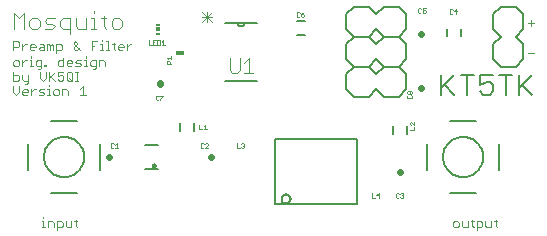
<source format=gto>
G75*
%MOIN*%
%OFA0B0*%
%FSLAX24Y24*%
%IPPOS*%
%LPD*%
%AMOC8*
5,1,8,0,0,1.08239X$1,22.5*
%
%ADD10C,0.0060*%
%ADD11C,0.0030*%
%ADD12C,0.0040*%
%ADD13C,0.0220*%
%ADD14C,0.0010*%
%ADD15C,0.0080*%
%ADD16C,0.0050*%
%ADD17R,0.0280X0.0160*%
%ADD18R,0.0118X0.0059*%
%ADD19R,0.0118X0.0118*%
D10*
X006644Y004062D02*
X006644Y004298D01*
X007116Y004298D02*
X007116Y004062D01*
X008140Y005700D02*
X009220Y005700D01*
X010562Y007244D02*
X010798Y007244D01*
X010798Y007716D02*
X010562Y007716D01*
X009220Y007660D02*
X008800Y007660D01*
X008560Y007660D01*
X008140Y007660D01*
X008560Y007660D02*
X008562Y007639D01*
X008567Y007619D01*
X008576Y007600D01*
X008588Y007583D01*
X008603Y007568D01*
X008620Y007556D01*
X008639Y007547D01*
X008659Y007542D01*
X008680Y007540D01*
X008701Y007542D01*
X008721Y007547D01*
X008740Y007556D01*
X008757Y007568D01*
X008772Y007583D01*
X008784Y007600D01*
X008793Y007619D01*
X008798Y007639D01*
X008800Y007660D01*
X015360Y005901D02*
X015360Y005260D01*
X015467Y005580D02*
X015787Y005260D01*
X016218Y005260D02*
X016218Y005901D01*
X016005Y005901D02*
X016432Y005901D01*
X016649Y005901D02*
X016649Y005580D01*
X016863Y005687D01*
X016969Y005687D01*
X017076Y005580D01*
X017076Y005367D01*
X016969Y005260D01*
X016756Y005260D01*
X016649Y005367D01*
X017507Y005260D02*
X017507Y005901D01*
X017294Y005901D02*
X017721Y005901D01*
X017938Y005901D02*
X017938Y005260D01*
X018045Y005580D02*
X018365Y005260D01*
X017938Y005474D02*
X018365Y005901D01*
X017076Y005901D02*
X016649Y005901D01*
X015787Y005901D02*
X015360Y005474D01*
X014216Y004198D02*
X014216Y003962D01*
X013744Y003962D02*
X013744Y004198D01*
X015544Y007212D02*
X015544Y007448D01*
X016016Y007448D02*
X016016Y007212D01*
D11*
X002142Y000845D02*
X002045Y000845D01*
X002093Y000845D02*
X002093Y001038D01*
X002045Y001038D01*
X002093Y001135D02*
X002093Y001184D01*
X002241Y001038D02*
X002387Y001038D01*
X002435Y000990D01*
X002435Y000845D01*
X002536Y000845D02*
X002681Y000845D01*
X002730Y000893D01*
X002730Y000990D01*
X002681Y001038D01*
X002536Y001038D01*
X002536Y000748D01*
X002831Y000893D02*
X002879Y000845D01*
X003024Y000845D01*
X003024Y001038D01*
X003125Y001038D02*
X003222Y001038D01*
X003174Y001087D02*
X003174Y000893D01*
X003222Y000845D01*
X002831Y000893D02*
X002831Y001038D01*
X002241Y001038D02*
X002241Y000845D01*
X002224Y005245D02*
X002321Y005245D01*
X002273Y005245D02*
X002273Y005438D01*
X002224Y005438D01*
X002123Y005438D02*
X001978Y005438D01*
X001930Y005390D01*
X001978Y005342D01*
X002075Y005342D01*
X002123Y005293D01*
X002075Y005245D01*
X001930Y005245D01*
X001829Y005438D02*
X001781Y005438D01*
X001684Y005342D01*
X001684Y005438D02*
X001684Y005245D01*
X001583Y005342D02*
X001390Y005342D01*
X001390Y005390D02*
X001390Y005293D01*
X001438Y005245D01*
X001535Y005245D01*
X001583Y005342D02*
X001583Y005390D01*
X001535Y005438D01*
X001438Y005438D01*
X001390Y005390D01*
X001288Y005342D02*
X001288Y005535D01*
X001095Y005535D02*
X001095Y005342D01*
X001192Y005245D01*
X001288Y005342D01*
X001486Y005628D02*
X001535Y005628D01*
X001583Y005677D01*
X001583Y005918D01*
X001390Y005918D02*
X001390Y005773D01*
X001438Y005725D01*
X001583Y005725D01*
X001288Y005773D02*
X001288Y005870D01*
X001240Y005918D01*
X001095Y005918D01*
X001095Y006015D02*
X001095Y005725D01*
X001240Y005725D01*
X001288Y005773D01*
X001979Y005822D02*
X002076Y005725D01*
X002172Y005822D01*
X002172Y006015D01*
X002274Y006015D02*
X002274Y005725D01*
X002274Y005822D02*
X002467Y006015D01*
X002568Y006015D02*
X002568Y005870D01*
X002665Y005918D01*
X002713Y005918D01*
X002762Y005870D01*
X002762Y005773D01*
X002713Y005725D01*
X002617Y005725D01*
X002568Y005773D01*
X002467Y005725D02*
X002322Y005870D01*
X002568Y006015D02*
X002762Y006015D01*
X002863Y005967D02*
X002911Y006015D01*
X003008Y006015D01*
X003056Y005967D01*
X003056Y005773D01*
X003008Y005725D01*
X002911Y005725D01*
X002863Y005773D01*
X002863Y005967D01*
X002960Y005822D02*
X003056Y005725D01*
X003158Y005725D02*
X003254Y005725D01*
X003206Y005725D02*
X003206Y006015D01*
X003158Y006015D02*
X003254Y006015D01*
X003303Y006205D02*
X003158Y006205D01*
X003206Y006302D02*
X003158Y006350D01*
X003206Y006398D01*
X003351Y006398D01*
X003452Y006398D02*
X003501Y006398D01*
X003501Y006205D01*
X003549Y006205D02*
X003452Y006205D01*
X003351Y006253D02*
X003303Y006302D01*
X003206Y006302D01*
X003303Y006205D02*
X003351Y006253D01*
X003649Y006253D02*
X003697Y006205D01*
X003842Y006205D01*
X003842Y006157D02*
X003794Y006108D01*
X003745Y006108D01*
X003842Y006157D02*
X003842Y006398D01*
X003697Y006398D01*
X003649Y006350D01*
X003649Y006253D01*
X003943Y006205D02*
X003943Y006398D01*
X004088Y006398D01*
X004137Y006350D01*
X004137Y006205D01*
X003501Y006495D02*
X003501Y006544D01*
X003698Y006745D02*
X003698Y007035D01*
X003891Y007035D01*
X003992Y006938D02*
X004041Y006938D01*
X004041Y006745D01*
X004089Y006745D02*
X003992Y006745D01*
X004189Y006745D02*
X004286Y006745D01*
X004237Y006745D02*
X004237Y007035D01*
X004189Y007035D01*
X004041Y007035D02*
X004041Y007084D01*
X004385Y006938D02*
X004482Y006938D01*
X004434Y006987D02*
X004434Y006793D01*
X004482Y006745D01*
X004582Y006793D02*
X004582Y006890D01*
X004630Y006938D01*
X004727Y006938D01*
X004775Y006890D01*
X004775Y006842D01*
X004582Y006842D01*
X004582Y006793D02*
X004630Y006745D01*
X004727Y006745D01*
X004876Y006745D02*
X004876Y006938D01*
X004876Y006842D02*
X004973Y006938D01*
X005021Y006938D01*
X003795Y006890D02*
X003698Y006890D01*
X003302Y006842D02*
X003205Y006745D01*
X003157Y006745D01*
X003108Y006793D01*
X003108Y006842D01*
X003205Y006938D01*
X003205Y006987D01*
X003157Y007035D01*
X003108Y006987D01*
X003108Y006938D01*
X003302Y006745D01*
X002713Y006793D02*
X002664Y006745D01*
X002519Y006745D01*
X002519Y006648D02*
X002519Y006938D01*
X002664Y006938D01*
X002713Y006890D01*
X002713Y006793D01*
X002418Y006745D02*
X002418Y006890D01*
X002370Y006938D01*
X002321Y006890D01*
X002321Y006745D01*
X002224Y006745D02*
X002224Y006938D01*
X002273Y006938D01*
X002321Y006890D01*
X002123Y006890D02*
X002123Y006745D01*
X001978Y006745D01*
X001930Y006793D01*
X001978Y006842D01*
X002123Y006842D01*
X002123Y006890D02*
X002075Y006938D01*
X001978Y006938D01*
X001829Y006890D02*
X001829Y006842D01*
X001635Y006842D01*
X001635Y006890D02*
X001684Y006938D01*
X001780Y006938D01*
X001829Y006890D01*
X001780Y006745D02*
X001684Y006745D01*
X001635Y006793D01*
X001635Y006890D01*
X001535Y006938D02*
X001486Y006938D01*
X001390Y006842D01*
X001390Y006938D02*
X001390Y006745D01*
X001288Y006890D02*
X001240Y006842D01*
X001095Y006842D01*
X001095Y006745D02*
X001095Y007035D01*
X001240Y007035D01*
X001288Y006987D01*
X001288Y006890D01*
X001684Y006544D02*
X001684Y006495D01*
X001684Y006398D02*
X001684Y006205D01*
X001732Y006205D02*
X001635Y006205D01*
X001832Y006253D02*
X001832Y006350D01*
X001880Y006398D01*
X002025Y006398D01*
X002025Y006157D01*
X001977Y006108D01*
X001928Y006108D01*
X001979Y006015D02*
X001979Y005822D01*
X002273Y005584D02*
X002273Y005535D01*
X002421Y005390D02*
X002421Y005293D01*
X002469Y005245D01*
X002566Y005245D01*
X002614Y005293D01*
X002614Y005390D01*
X002566Y005438D01*
X002469Y005438D01*
X002421Y005390D01*
X002716Y005438D02*
X002716Y005245D01*
X002909Y005245D02*
X002909Y005390D01*
X002861Y005438D01*
X002716Y005438D01*
X003305Y005438D02*
X003402Y005535D01*
X003402Y005245D01*
X003498Y005245D02*
X003305Y005245D01*
X003008Y006205D02*
X002911Y006205D01*
X002863Y006253D01*
X002863Y006350D01*
X002911Y006398D01*
X003008Y006398D01*
X003056Y006350D01*
X003056Y006302D01*
X002863Y006302D01*
X002762Y006398D02*
X002617Y006398D01*
X002568Y006350D01*
X002568Y006253D01*
X002617Y006205D01*
X002762Y006205D01*
X002762Y006495D01*
X002175Y006253D02*
X002175Y006205D01*
X002126Y006205D01*
X002126Y006253D01*
X002175Y006253D01*
X002025Y006205D02*
X001880Y006205D01*
X001832Y006253D01*
X001684Y006398D02*
X001635Y006398D01*
X001535Y006398D02*
X001486Y006398D01*
X001390Y006302D01*
X001390Y006398D02*
X001390Y006205D01*
X001288Y006253D02*
X001288Y006350D01*
X001240Y006398D01*
X001143Y006398D01*
X001095Y006350D01*
X001095Y006253D01*
X001143Y006205D01*
X001240Y006205D01*
X001288Y006253D01*
X007395Y007693D02*
X007709Y008007D01*
X007552Y008007D02*
X007552Y007693D01*
X007709Y007693D02*
X007395Y008007D01*
X007395Y007850D02*
X007709Y007850D01*
X008315Y006465D02*
X008315Y006073D01*
X008393Y005995D01*
X008550Y005995D01*
X008629Y006073D01*
X008629Y006465D01*
X008775Y006309D02*
X008932Y006465D01*
X008932Y005995D01*
X008775Y005995D02*
X009089Y005995D01*
X018245Y006640D02*
X018438Y006640D01*
X018342Y007543D02*
X018342Y007737D01*
X018438Y007640D02*
X018245Y007640D01*
X017168Y001087D02*
X017168Y000893D01*
X017217Y000845D01*
X017019Y000845D02*
X017019Y001038D01*
X017120Y001038D02*
X017217Y001038D01*
X017019Y000845D02*
X016874Y000845D01*
X016825Y000893D01*
X016825Y001038D01*
X016724Y000990D02*
X016724Y000893D01*
X016676Y000845D01*
X016531Y000845D01*
X016531Y000748D02*
X016531Y001038D01*
X016676Y001038D01*
X016724Y000990D01*
X016431Y001038D02*
X016334Y001038D01*
X016383Y001087D02*
X016383Y000893D01*
X016431Y000845D01*
X016233Y000845D02*
X016233Y001038D01*
X016040Y001038D02*
X016040Y000893D01*
X016088Y000845D01*
X016233Y000845D01*
X015938Y000893D02*
X015938Y000990D01*
X015890Y001038D01*
X015793Y001038D01*
X015745Y000990D01*
X015745Y000893D01*
X015793Y000845D01*
X015890Y000845D01*
X015938Y000893D01*
D12*
X002994Y007277D02*
X002994Y007797D01*
X002734Y007797D01*
X002647Y007710D01*
X002647Y007537D01*
X002734Y007450D01*
X002994Y007450D01*
X003163Y007537D02*
X003249Y007450D01*
X003510Y007450D01*
X003510Y007797D01*
X003678Y007797D02*
X003765Y007797D01*
X003765Y007450D01*
X003678Y007450D02*
X003852Y007450D01*
X004109Y007537D02*
X004195Y007450D01*
X004109Y007537D02*
X004109Y007884D01*
X004195Y007797D02*
X004022Y007797D01*
X003765Y007970D02*
X003765Y008057D01*
X003163Y007797D02*
X003163Y007537D01*
X002478Y007537D02*
X002392Y007450D01*
X002131Y007450D01*
X001963Y007537D02*
X001963Y007710D01*
X001876Y007797D01*
X001702Y007797D01*
X001616Y007710D01*
X001616Y007537D01*
X001702Y007450D01*
X001876Y007450D01*
X001963Y007537D01*
X002131Y007710D02*
X002218Y007623D01*
X002392Y007623D01*
X002478Y007537D01*
X002218Y007797D02*
X002131Y007710D01*
X002218Y007797D02*
X002478Y007797D01*
X001447Y007970D02*
X001447Y007450D01*
X001100Y007450D02*
X001100Y007970D01*
X001273Y007797D01*
X001447Y007970D01*
X004366Y007710D02*
X004366Y007537D01*
X004452Y007450D01*
X004626Y007450D01*
X004713Y007537D01*
X004713Y007710D01*
X004626Y007797D01*
X004452Y007797D01*
X004366Y007710D01*
D13*
X005980Y005642D02*
X005980Y005618D01*
X004280Y003192D02*
X004280Y003168D01*
X007680Y003192D02*
X007680Y003168D01*
X013968Y002680D02*
X013992Y002680D01*
X014668Y005480D02*
X014692Y005480D01*
X014692Y007280D02*
X014668Y007280D01*
D14*
X015635Y007985D02*
X015660Y007960D01*
X015710Y007960D01*
X015735Y007985D01*
X015782Y008035D02*
X015882Y008035D01*
X015857Y007960D02*
X015857Y008110D01*
X015782Y008035D01*
X015735Y008085D02*
X015710Y008110D01*
X015660Y008110D01*
X015635Y008085D01*
X015635Y007985D01*
X014832Y008010D02*
X014807Y007985D01*
X014757Y007985D01*
X014732Y008010D01*
X014685Y008010D02*
X014660Y007985D01*
X014610Y007985D01*
X014585Y008010D01*
X014585Y008110D01*
X014610Y008135D01*
X014660Y008135D01*
X014685Y008110D01*
X014732Y008135D02*
X014732Y008060D01*
X014782Y008085D01*
X014807Y008085D01*
X014832Y008060D01*
X014832Y008010D01*
X014832Y008135D02*
X014732Y008135D01*
X010782Y008010D02*
X010732Y007985D01*
X010682Y007935D01*
X010757Y007935D01*
X010782Y007910D01*
X010782Y007885D01*
X010757Y007860D01*
X010707Y007860D01*
X010682Y007885D01*
X010682Y007935D01*
X010635Y007885D02*
X010610Y007860D01*
X010560Y007860D01*
X010535Y007885D01*
X010535Y007985D01*
X010560Y008010D01*
X010610Y008010D01*
X010635Y007985D01*
X006350Y006532D02*
X006350Y006432D01*
X006350Y006385D02*
X006300Y006335D01*
X006300Y006360D02*
X006300Y006285D01*
X006350Y006285D02*
X006200Y006285D01*
X006200Y006360D01*
X006225Y006385D01*
X006275Y006385D01*
X006300Y006360D01*
X006250Y006432D02*
X006200Y006482D01*
X006350Y006482D01*
X006138Y006925D02*
X006038Y006925D01*
X006088Y006925D02*
X006088Y007075D01*
X006038Y007025D01*
X005990Y007050D02*
X005965Y007075D01*
X005890Y007075D01*
X005890Y006925D01*
X005965Y006925D01*
X005990Y006950D01*
X005990Y007050D01*
X005843Y007075D02*
X005743Y007075D01*
X005743Y006925D01*
X005843Y006925D01*
X005793Y007000D02*
X005743Y007000D01*
X005696Y006925D02*
X005596Y006925D01*
X005596Y007075D01*
X005865Y005225D02*
X005840Y005200D01*
X005840Y005100D01*
X005865Y005075D01*
X005915Y005075D01*
X005940Y005100D01*
X005988Y005100D02*
X005988Y005075D01*
X005988Y005100D02*
X006088Y005200D01*
X006088Y005225D01*
X005988Y005225D01*
X005940Y005200D02*
X005915Y005225D01*
X005865Y005225D01*
X007285Y004260D02*
X007285Y004110D01*
X007385Y004110D01*
X007432Y004110D02*
X007532Y004110D01*
X007482Y004110D02*
X007482Y004260D01*
X007432Y004210D01*
X007410Y003635D02*
X007360Y003635D01*
X007335Y003610D01*
X007335Y003510D01*
X007360Y003485D01*
X007410Y003485D01*
X007435Y003510D01*
X007482Y003485D02*
X007582Y003585D01*
X007582Y003610D01*
X007557Y003635D01*
X007507Y003635D01*
X007482Y003610D01*
X007435Y003610D02*
X007410Y003635D01*
X007482Y003485D02*
X007582Y003485D01*
X008535Y003485D02*
X008635Y003485D01*
X008682Y003510D02*
X008707Y003485D01*
X008757Y003485D01*
X008782Y003510D01*
X008782Y003535D01*
X008757Y003560D01*
X008732Y003560D01*
X008757Y003560D02*
X008782Y003585D01*
X008782Y003610D01*
X008757Y003635D01*
X008707Y003635D01*
X008682Y003610D01*
X008535Y003635D02*
X008535Y003485D01*
X004582Y003485D02*
X004482Y003485D01*
X004532Y003485D02*
X004532Y003635D01*
X004482Y003585D01*
X004435Y003610D02*
X004410Y003635D01*
X004360Y003635D01*
X004335Y003610D01*
X004335Y003510D01*
X004360Y003485D01*
X004410Y003485D01*
X004435Y003510D01*
X013040Y001975D02*
X013040Y001825D01*
X013140Y001825D01*
X013188Y001900D02*
X013288Y001900D01*
X013263Y001825D02*
X013263Y001975D01*
X013188Y001900D01*
X013840Y001850D02*
X013865Y001825D01*
X013915Y001825D01*
X013940Y001850D01*
X013988Y001850D02*
X014013Y001825D01*
X014063Y001825D01*
X014088Y001850D01*
X014088Y001875D01*
X014063Y001900D01*
X014038Y001900D01*
X014063Y001900D02*
X014088Y001925D01*
X014088Y001950D01*
X014063Y001975D01*
X014013Y001975D01*
X013988Y001950D01*
X013940Y001950D02*
X013915Y001975D01*
X013865Y001975D01*
X013840Y001950D01*
X013840Y001850D01*
X014310Y004090D02*
X014460Y004090D01*
X014460Y004190D01*
X014460Y004238D02*
X014360Y004338D01*
X014335Y004338D01*
X014310Y004313D01*
X014310Y004263D01*
X014335Y004238D01*
X014460Y004238D02*
X014460Y004338D01*
X014350Y005135D02*
X014375Y005160D01*
X014375Y005210D01*
X014350Y005235D01*
X014350Y005282D02*
X014325Y005282D01*
X014300Y005307D01*
X014300Y005357D01*
X014325Y005382D01*
X014350Y005382D01*
X014375Y005357D01*
X014375Y005307D01*
X014350Y005282D01*
X014300Y005307D02*
X014275Y005282D01*
X014250Y005282D01*
X014225Y005307D01*
X014225Y005357D01*
X014250Y005382D01*
X014275Y005382D01*
X014300Y005357D01*
X014250Y005235D02*
X014225Y005210D01*
X014225Y005160D01*
X014250Y005135D01*
X014350Y005135D01*
D15*
X014180Y005430D02*
X013930Y005180D01*
X013430Y005180D01*
X013180Y005430D01*
X012930Y005180D01*
X012430Y005180D01*
X012180Y005430D01*
X012180Y005930D01*
X012430Y006180D01*
X012930Y006180D01*
X013180Y005930D01*
X013430Y006180D01*
X013930Y006180D01*
X014180Y005930D01*
X014180Y005430D01*
X013930Y006180D02*
X013430Y006180D01*
X013180Y006430D01*
X012930Y006180D01*
X012430Y006180D01*
X012180Y006430D01*
X012180Y006930D01*
X012430Y007180D01*
X012930Y007180D01*
X013180Y007430D01*
X013430Y007180D01*
X013930Y007180D01*
X014180Y007430D01*
X014180Y007930D01*
X013930Y008180D01*
X013430Y008180D01*
X013180Y007930D01*
X012930Y008180D01*
X012430Y008180D01*
X012180Y007930D01*
X012180Y007430D01*
X012430Y007180D01*
X012930Y007180D01*
X013180Y006930D01*
X013430Y007180D01*
X013930Y007180D01*
X014180Y006930D01*
X014180Y006430D01*
X013930Y006180D01*
X017080Y006430D02*
X017330Y006180D01*
X017830Y006180D01*
X018080Y006430D01*
X018080Y006930D01*
X017830Y007180D01*
X018080Y007430D01*
X018080Y007930D01*
X017830Y008180D01*
X017330Y008180D01*
X017080Y007930D01*
X017080Y007430D01*
X017330Y007180D01*
X017080Y006930D01*
X017080Y006430D01*
X016513Y004391D02*
X015647Y004391D01*
X014869Y003613D02*
X014869Y002747D01*
X015411Y003180D02*
X015413Y003231D01*
X015419Y003282D01*
X015429Y003332D01*
X015442Y003382D01*
X015460Y003430D01*
X015480Y003477D01*
X015505Y003522D01*
X015533Y003565D01*
X015564Y003606D01*
X015598Y003644D01*
X015635Y003679D01*
X015674Y003712D01*
X015716Y003742D01*
X015760Y003768D01*
X015806Y003790D01*
X015854Y003810D01*
X015903Y003825D01*
X015953Y003837D01*
X016003Y003845D01*
X016054Y003849D01*
X016106Y003849D01*
X016157Y003845D01*
X016207Y003837D01*
X016257Y003825D01*
X016306Y003810D01*
X016354Y003790D01*
X016400Y003768D01*
X016444Y003742D01*
X016486Y003712D01*
X016525Y003679D01*
X016562Y003644D01*
X016596Y003606D01*
X016627Y003565D01*
X016655Y003522D01*
X016680Y003477D01*
X016700Y003430D01*
X016718Y003382D01*
X016731Y003332D01*
X016741Y003282D01*
X016747Y003231D01*
X016749Y003180D01*
X016747Y003129D01*
X016741Y003078D01*
X016731Y003028D01*
X016718Y002978D01*
X016700Y002930D01*
X016680Y002883D01*
X016655Y002838D01*
X016627Y002795D01*
X016596Y002754D01*
X016562Y002716D01*
X016525Y002681D01*
X016486Y002648D01*
X016444Y002618D01*
X016400Y002592D01*
X016354Y002570D01*
X016306Y002550D01*
X016257Y002535D01*
X016207Y002523D01*
X016157Y002515D01*
X016106Y002511D01*
X016054Y002511D01*
X016003Y002515D01*
X015953Y002523D01*
X015903Y002535D01*
X015854Y002550D01*
X015806Y002570D01*
X015760Y002592D01*
X015716Y002618D01*
X015674Y002648D01*
X015635Y002681D01*
X015598Y002716D01*
X015564Y002754D01*
X015533Y002795D01*
X015505Y002838D01*
X015480Y002883D01*
X015460Y002930D01*
X015442Y002978D01*
X015429Y003028D01*
X015419Y003078D01*
X015413Y003129D01*
X015411Y003180D01*
X017291Y003613D02*
X017291Y002747D01*
X016513Y001969D02*
X015647Y001969D01*
X005897Y002786D02*
X005463Y002786D01*
X005463Y003574D02*
X005897Y003574D01*
X003991Y003613D02*
X003991Y002747D01*
X002111Y003180D02*
X002113Y003231D01*
X002119Y003282D01*
X002129Y003332D01*
X002142Y003382D01*
X002160Y003430D01*
X002180Y003477D01*
X002205Y003522D01*
X002233Y003565D01*
X002264Y003606D01*
X002298Y003644D01*
X002335Y003679D01*
X002374Y003712D01*
X002416Y003742D01*
X002460Y003768D01*
X002506Y003790D01*
X002554Y003810D01*
X002603Y003825D01*
X002653Y003837D01*
X002703Y003845D01*
X002754Y003849D01*
X002806Y003849D01*
X002857Y003845D01*
X002907Y003837D01*
X002957Y003825D01*
X003006Y003810D01*
X003054Y003790D01*
X003100Y003768D01*
X003144Y003742D01*
X003186Y003712D01*
X003225Y003679D01*
X003262Y003644D01*
X003296Y003606D01*
X003327Y003565D01*
X003355Y003522D01*
X003380Y003477D01*
X003400Y003430D01*
X003418Y003382D01*
X003431Y003332D01*
X003441Y003282D01*
X003447Y003231D01*
X003449Y003180D01*
X003447Y003129D01*
X003441Y003078D01*
X003431Y003028D01*
X003418Y002978D01*
X003400Y002930D01*
X003380Y002883D01*
X003355Y002838D01*
X003327Y002795D01*
X003296Y002754D01*
X003262Y002716D01*
X003225Y002681D01*
X003186Y002648D01*
X003144Y002618D01*
X003100Y002592D01*
X003054Y002570D01*
X003006Y002550D01*
X002957Y002535D01*
X002907Y002523D01*
X002857Y002515D01*
X002806Y002511D01*
X002754Y002511D01*
X002703Y002515D01*
X002653Y002523D01*
X002603Y002535D01*
X002554Y002550D01*
X002506Y002570D01*
X002460Y002592D01*
X002416Y002618D01*
X002374Y002648D01*
X002335Y002681D01*
X002298Y002716D01*
X002264Y002754D01*
X002233Y002795D01*
X002205Y002838D01*
X002180Y002883D01*
X002160Y002930D01*
X002142Y002978D01*
X002129Y003028D01*
X002119Y003078D01*
X002113Y003129D01*
X002111Y003180D01*
X001569Y002747D02*
X001569Y003613D01*
X002347Y004391D02*
X003213Y004391D01*
X003213Y001969D02*
X002347Y001969D01*
D16*
X005730Y002880D02*
X005732Y002893D01*
X005737Y002906D01*
X005746Y002917D01*
X005757Y002924D01*
X005770Y002929D01*
X005783Y002930D01*
X005797Y002927D01*
X005809Y002921D01*
X005819Y002912D01*
X005826Y002900D01*
X005830Y002887D01*
X005830Y002873D01*
X005826Y002860D01*
X005819Y002848D01*
X005809Y002839D01*
X005797Y002833D01*
X005783Y002830D01*
X005770Y002831D01*
X005757Y002836D01*
X005746Y002843D01*
X005737Y002854D01*
X005732Y002867D01*
X005730Y002880D01*
X009802Y003763D02*
X009802Y001597D01*
X012558Y001597D01*
X012558Y003763D01*
X009802Y003763D01*
X010030Y001780D02*
X010032Y001804D01*
X010038Y001828D01*
X010047Y001850D01*
X010060Y001870D01*
X010076Y001888D01*
X010095Y001903D01*
X010116Y001916D01*
X010138Y001924D01*
X010162Y001929D01*
X010186Y001930D01*
X010210Y001927D01*
X010233Y001920D01*
X010255Y001910D01*
X010275Y001896D01*
X010292Y001879D01*
X010307Y001860D01*
X010318Y001839D01*
X010326Y001816D01*
X010330Y001792D01*
X010330Y001768D01*
X010326Y001744D01*
X010318Y001721D01*
X010307Y001700D01*
X010292Y001681D01*
X010275Y001664D01*
X010255Y001650D01*
X010233Y001640D01*
X010210Y001633D01*
X010186Y001630D01*
X010162Y001631D01*
X010138Y001636D01*
X010116Y001644D01*
X010095Y001657D01*
X010076Y001672D01*
X010060Y001690D01*
X010047Y001710D01*
X010038Y001732D01*
X010032Y001756D01*
X010030Y001780D01*
D17*
X006630Y006630D03*
D18*
X005921Y007282D03*
X005921Y007578D03*
D19*
X005921Y007430D03*
M02*

</source>
